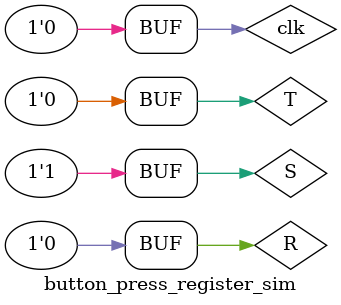
<source format=sv>
`timescale 1ns / 1ps


module button_press_register_sim();
    logic T, R, S, Q, clk;
    
    button_press_register button_press_sim ( .T(T), .R(R), .S(S), .clk(clk), .Q(Q) );
    
    always
    begin
        clk=1;
        #7;
        clk=0;
        #7;
    end
    
    initial
        begin
            T = 0;
            R = 0;
            S = 0;
            #10
            
            T = 0;
            R = 0;
            S = 0;
            #10
            
            T = 1;
            R = 0;
            S = 0;
            #10
            
            T = 0;
            R = 0;
            S = 0;
            #10
            
            T = 1;
            R = 0;
            S = 0;
            #10
            
            T = 1;
            R = 0;
            S = 0;
            #10
            
            T = 0;
            R = 1;
            S = 0;
            #10
            
            T = 0;
            R = 0;
            S = 0;
            #10
            
            T = 0;
            R = 0;
            S = 1;
            #10
        
            $display("Finished");    
        end
    

endmodule

</source>
